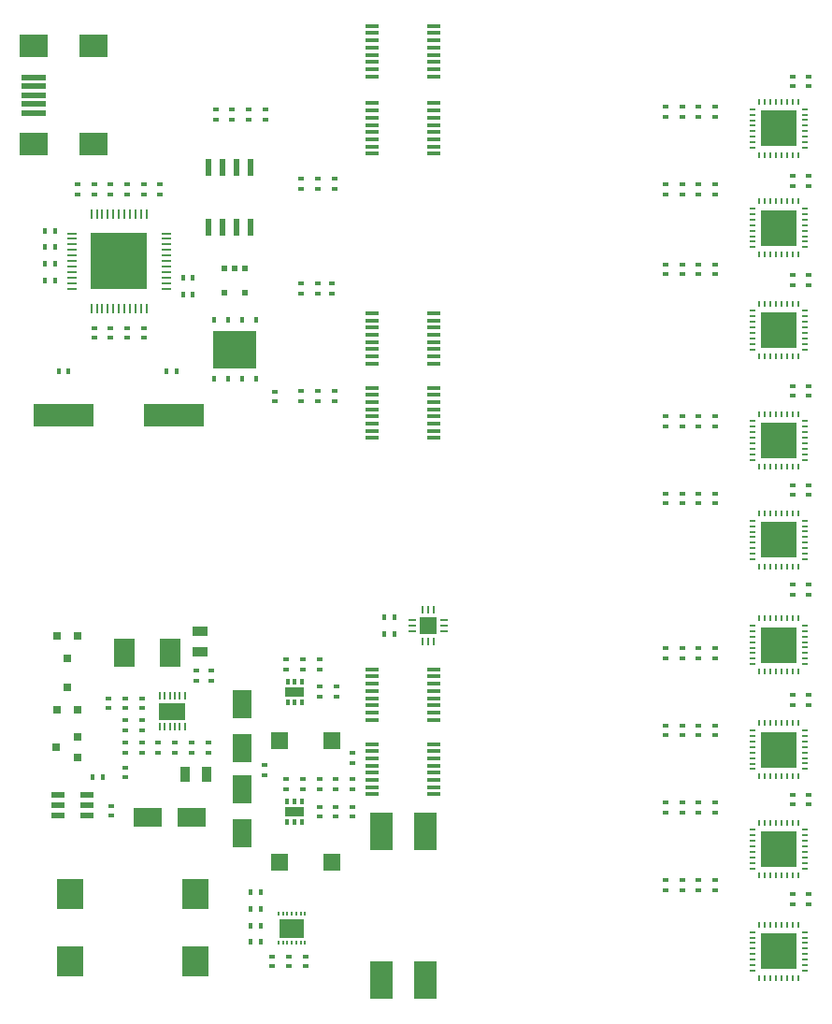
<source format=gtp>
%TF.FileFunction,Paste,Top*%
%FSLAX46Y46*%
G04 Gerber Fmt 4.6, Leading zero omitted, Abs format (unit mm)*
G04 Created by KiCad (PCBNEW (2014-10-18 BZR 5203)-product) date 11/17/2014 11:17:40 AM*
%MOMM*%
G01*
G04 APERTURE LIST*
%ADD10C,0.150000*%
%ADD11R,2.250000X0.500000*%
%ADD12R,2.500000X2.000000*%
%ADD13R,2.499360X1.800860*%
%ADD14R,1.800860X2.499360*%
%ADD15R,2.000000X3.500000*%
%ADD16R,0.700000X0.250000*%
%ADD17R,0.250000X0.700000*%
%ADD18R,1.650000X1.650000*%
%ADD19R,0.840000X0.230000*%
%ADD20R,0.230000X0.840000*%
%ADD21R,5.200000X5.200000*%
%ADD22R,1.270000X0.381000*%
%ADD23R,0.599440X0.248920*%
%ADD24R,0.248920X0.599440*%
%ADD25R,3.299460X3.299460*%
%ADD26R,5.500000X2.000000*%
%ADD27R,0.599440X0.398780*%
%ADD28R,0.398780X0.599440*%
%ADD29R,0.800100X0.800100*%
%ADD30R,0.600000X1.550000*%
%ADD31R,0.400000X0.600000*%
%ADD32R,4.000000X3.400000*%
%ADD33R,1.700000X0.950000*%
%ADD34R,0.400000X0.470000*%
%ADD35R,2.300000X1.700000*%
%ADD36R,0.200000X0.400000*%
%ADD37R,1.220000X0.620000*%
%ADD38R,2.380000X1.650000*%
%ADD39R,0.889000X1.397000*%
%ADD40R,1.397000X0.889000*%
%ADD41R,0.500000X0.600000*%
%ADD42R,2.400000X2.800000*%
%ADD43R,1.895000X2.500000*%
%ADD44R,1.500000X1.500000*%
G04 APERTURE END LIST*
D10*
D11*
X88275000Y-64600000D03*
X88275000Y-63800000D03*
X88275000Y-63000000D03*
X88275000Y-62200000D03*
X88275000Y-61400000D03*
D12*
X88275000Y-67450000D03*
X88275000Y-58550000D03*
X93725000Y-67450000D03*
X93725000Y-58550000D03*
D13*
X98581020Y-128340000D03*
X102578980Y-128340000D03*
D14*
X107160000Y-118101020D03*
X107160000Y-122098980D03*
X107160000Y-125851020D03*
X107160000Y-129848980D03*
D15*
X119790000Y-143120000D03*
X119790000Y-129620000D03*
X123790000Y-143120000D03*
X123790000Y-129620000D03*
D16*
X122550000Y-110500000D03*
X122550000Y-111000000D03*
X122550000Y-111500000D03*
D17*
X123500000Y-112450000D03*
X124000000Y-112450000D03*
X124500000Y-112450000D03*
D16*
X125450000Y-111500000D03*
X125450000Y-111000000D03*
X125450000Y-110500000D03*
D17*
X124500000Y-109550000D03*
X124000000Y-109550000D03*
X123500000Y-109550000D03*
D18*
X124000000Y-111000000D03*
D19*
X91720000Y-75500000D03*
X91720000Y-76000000D03*
X91720000Y-76500000D03*
X91720000Y-77000000D03*
X91720000Y-77500000D03*
X91720000Y-78000000D03*
X91720000Y-78500000D03*
X91720000Y-79000000D03*
X91720000Y-79500000D03*
X91720000Y-80000000D03*
X91720000Y-80500000D03*
D20*
X93500000Y-82280000D03*
X94000000Y-82280000D03*
X94500000Y-82280000D03*
X95000000Y-82280000D03*
X95500000Y-82280000D03*
X96000000Y-82280000D03*
X96500000Y-82280000D03*
X97000000Y-82280000D03*
X97500000Y-82280000D03*
X98000000Y-82280000D03*
X98500000Y-82280000D03*
D19*
X100280000Y-80500000D03*
X100280000Y-80000000D03*
X100280000Y-79500000D03*
X100280000Y-79000000D03*
X100280000Y-78500000D03*
X100280000Y-78000000D03*
X100280000Y-77500000D03*
X100280000Y-77000000D03*
X100280000Y-76500000D03*
X100280000Y-76000000D03*
X100280000Y-75500000D03*
D20*
X98500000Y-73720000D03*
X98000000Y-73720000D03*
X97500000Y-73720000D03*
X97000000Y-73720000D03*
X96500000Y-73720000D03*
X96000000Y-73720000D03*
X95500000Y-73720000D03*
X95000000Y-73720000D03*
X94500000Y-73720000D03*
X94000000Y-73720000D03*
X93500000Y-73720000D03*
D21*
X96000000Y-78000000D03*
D22*
X124549080Y-68275840D03*
X124549080Y-67625600D03*
X124549080Y-66975360D03*
X124549080Y-66325120D03*
X124549080Y-65674880D03*
X124549080Y-65024640D03*
X124549080Y-64374400D03*
X124549080Y-63724160D03*
X118950920Y-63724160D03*
X118950920Y-64374400D03*
X118950920Y-65024640D03*
X118950920Y-65674880D03*
X118950920Y-66325120D03*
X118950920Y-66975360D03*
X118950920Y-67625600D03*
X118950920Y-68275840D03*
X124549080Y-94025840D03*
X124549080Y-93375600D03*
X124549080Y-92725360D03*
X124549080Y-92075120D03*
X124549080Y-91424880D03*
X124549080Y-90774640D03*
X124549080Y-90124400D03*
X124549080Y-89474160D03*
X118950920Y-89474160D03*
X118950920Y-90124400D03*
X118950920Y-90774640D03*
X118950920Y-91424880D03*
X118950920Y-92075120D03*
X118950920Y-92725360D03*
X118950920Y-93375600D03*
X118950920Y-94025840D03*
X124549080Y-119525840D03*
X124549080Y-118875600D03*
X124549080Y-118225360D03*
X124549080Y-117575120D03*
X124549080Y-116924880D03*
X124549080Y-116274640D03*
X124549080Y-115624400D03*
X124549080Y-114974160D03*
X118950920Y-114974160D03*
X118950920Y-115624400D03*
X118950920Y-116274640D03*
X118950920Y-116924880D03*
X118950920Y-117575120D03*
X118950920Y-118225360D03*
X118950920Y-118875600D03*
X118950920Y-119525840D03*
X124549080Y-61275840D03*
X124549080Y-60625600D03*
X124549080Y-59975360D03*
X124549080Y-59325120D03*
X124549080Y-58674880D03*
X124549080Y-58024640D03*
X124549080Y-57374400D03*
X124549080Y-56724160D03*
X118950920Y-56724160D03*
X118950920Y-57374400D03*
X118950920Y-58024640D03*
X118950920Y-58674880D03*
X118950920Y-59325120D03*
X118950920Y-59975360D03*
X118950920Y-60625600D03*
X118950920Y-61275840D03*
D23*
X153352240Y-64252480D03*
X153352240Y-64752860D03*
X153352240Y-65253240D03*
X153352240Y-65753620D03*
X153352240Y-66251460D03*
X153352240Y-66751840D03*
X153352240Y-67252220D03*
X153352240Y-67752600D03*
D24*
X155998920Y-68402840D03*
X156496760Y-68402840D03*
X156997140Y-68402840D03*
X157497520Y-68402840D03*
D25*
X155750000Y-66000000D03*
D24*
X153999940Y-68402840D03*
X154500320Y-68402840D03*
X155000700Y-68402840D03*
X155498540Y-68402840D03*
D23*
X158147760Y-67747520D03*
X158150300Y-67247140D03*
X158150300Y-66749300D03*
X158150300Y-66248920D03*
X158150300Y-65748540D03*
X158150300Y-65248160D03*
X158150300Y-64747780D03*
X158150300Y-64247400D03*
D24*
X157500060Y-63599700D03*
X156999680Y-63599700D03*
X156499300Y-63599700D03*
X156001460Y-63599700D03*
X155501080Y-63599700D03*
X155000700Y-63599700D03*
X154500320Y-63599700D03*
X153999940Y-63599700D03*
D23*
X153352240Y-73252480D03*
X153352240Y-73752860D03*
X153352240Y-74253240D03*
X153352240Y-74753620D03*
X153352240Y-75251460D03*
X153352240Y-75751840D03*
X153352240Y-76252220D03*
X153352240Y-76752600D03*
D24*
X155998920Y-77402840D03*
X156496760Y-77402840D03*
X156997140Y-77402840D03*
X157497520Y-77402840D03*
D25*
X155750000Y-75000000D03*
D24*
X153999940Y-77402840D03*
X154500320Y-77402840D03*
X155000700Y-77402840D03*
X155498540Y-77402840D03*
D23*
X158147760Y-76747520D03*
X158150300Y-76247140D03*
X158150300Y-75749300D03*
X158150300Y-75248920D03*
X158150300Y-74748540D03*
X158150300Y-74248160D03*
X158150300Y-73747780D03*
X158150300Y-73247400D03*
D24*
X157500060Y-72599700D03*
X156999680Y-72599700D03*
X156499300Y-72599700D03*
X156001460Y-72599700D03*
X155501080Y-72599700D03*
X155000700Y-72599700D03*
X154500320Y-72599700D03*
X153999940Y-72599700D03*
D23*
X153352240Y-82502480D03*
X153352240Y-83002860D03*
X153352240Y-83503240D03*
X153352240Y-84003620D03*
X153352240Y-84501460D03*
X153352240Y-85001840D03*
X153352240Y-85502220D03*
X153352240Y-86002600D03*
D24*
X155998920Y-86652840D03*
X156496760Y-86652840D03*
X156997140Y-86652840D03*
X157497520Y-86652840D03*
D25*
X155750000Y-84250000D03*
D24*
X153999940Y-86652840D03*
X154500320Y-86652840D03*
X155000700Y-86652840D03*
X155498540Y-86652840D03*
D23*
X158147760Y-85997520D03*
X158150300Y-85497140D03*
X158150300Y-84999300D03*
X158150300Y-84498920D03*
X158150300Y-83998540D03*
X158150300Y-83498160D03*
X158150300Y-82997780D03*
X158150300Y-82497400D03*
D24*
X157500060Y-81849700D03*
X156999680Y-81849700D03*
X156499300Y-81849700D03*
X156001460Y-81849700D03*
X155501080Y-81849700D03*
X155000700Y-81849700D03*
X154500320Y-81849700D03*
X153999940Y-81849700D03*
D23*
X153352240Y-120502480D03*
X153352240Y-121002860D03*
X153352240Y-121503240D03*
X153352240Y-122003620D03*
X153352240Y-122501460D03*
X153352240Y-123001840D03*
X153352240Y-123502220D03*
X153352240Y-124002600D03*
D24*
X155998920Y-124652840D03*
X156496760Y-124652840D03*
X156997140Y-124652840D03*
X157497520Y-124652840D03*
D25*
X155750000Y-122250000D03*
D24*
X153999940Y-124652840D03*
X154500320Y-124652840D03*
X155000700Y-124652840D03*
X155498540Y-124652840D03*
D23*
X158147760Y-123997520D03*
X158150300Y-123497140D03*
X158150300Y-122999300D03*
X158150300Y-122498920D03*
X158150300Y-121998540D03*
X158150300Y-121498160D03*
X158150300Y-120997780D03*
X158150300Y-120497400D03*
D24*
X157500060Y-119849700D03*
X156999680Y-119849700D03*
X156499300Y-119849700D03*
X156001460Y-119849700D03*
X155501080Y-119849700D03*
X155000700Y-119849700D03*
X154500320Y-119849700D03*
X153999940Y-119849700D03*
D23*
X153352240Y-129502480D03*
X153352240Y-130002860D03*
X153352240Y-130503240D03*
X153352240Y-131003620D03*
X153352240Y-131501460D03*
X153352240Y-132001840D03*
X153352240Y-132502220D03*
X153352240Y-133002600D03*
D24*
X155998920Y-133652840D03*
X156496760Y-133652840D03*
X156997140Y-133652840D03*
X157497520Y-133652840D03*
D25*
X155750000Y-131250000D03*
D24*
X153999940Y-133652840D03*
X154500320Y-133652840D03*
X155000700Y-133652840D03*
X155498540Y-133652840D03*
D23*
X158147760Y-132997520D03*
X158150300Y-132497140D03*
X158150300Y-131999300D03*
X158150300Y-131498920D03*
X158150300Y-130998540D03*
X158150300Y-130498160D03*
X158150300Y-129997780D03*
X158150300Y-129497400D03*
D24*
X157500060Y-128849700D03*
X156999680Y-128849700D03*
X156499300Y-128849700D03*
X156001460Y-128849700D03*
X155501080Y-128849700D03*
X155000700Y-128849700D03*
X154500320Y-128849700D03*
X153999940Y-128849700D03*
D23*
X153352240Y-138752480D03*
X153352240Y-139252860D03*
X153352240Y-139753240D03*
X153352240Y-140253620D03*
X153352240Y-140751460D03*
X153352240Y-141251840D03*
X153352240Y-141752220D03*
X153352240Y-142252600D03*
D24*
X155998920Y-142902840D03*
X156496760Y-142902840D03*
X156997140Y-142902840D03*
X157497520Y-142902840D03*
D25*
X155750000Y-140500000D03*
D24*
X153999940Y-142902840D03*
X154500320Y-142902840D03*
X155000700Y-142902840D03*
X155498540Y-142902840D03*
D23*
X158147760Y-142247520D03*
X158150300Y-141747140D03*
X158150300Y-141249300D03*
X158150300Y-140748920D03*
X158150300Y-140248540D03*
X158150300Y-139748160D03*
X158150300Y-139247780D03*
X158150300Y-138747400D03*
D24*
X157500060Y-138099700D03*
X156999680Y-138099700D03*
X156499300Y-138099700D03*
X156001460Y-138099700D03*
X155501080Y-138099700D03*
X155000700Y-138099700D03*
X154500320Y-138099700D03*
X153999940Y-138099700D03*
D23*
X153352240Y-92502480D03*
X153352240Y-93002860D03*
X153352240Y-93503240D03*
X153352240Y-94003620D03*
X153352240Y-94501460D03*
X153352240Y-95001840D03*
X153352240Y-95502220D03*
X153352240Y-96002600D03*
D24*
X155998920Y-96652840D03*
X156496760Y-96652840D03*
X156997140Y-96652840D03*
X157497520Y-96652840D03*
D25*
X155750000Y-94250000D03*
D24*
X153999940Y-96652840D03*
X154500320Y-96652840D03*
X155000700Y-96652840D03*
X155498540Y-96652840D03*
D23*
X158147760Y-95997520D03*
X158150300Y-95497140D03*
X158150300Y-94999300D03*
X158150300Y-94498920D03*
X158150300Y-93998540D03*
X158150300Y-93498160D03*
X158150300Y-92997780D03*
X158150300Y-92497400D03*
D24*
X157500060Y-91849700D03*
X156999680Y-91849700D03*
X156499300Y-91849700D03*
X156001460Y-91849700D03*
X155501080Y-91849700D03*
X155000700Y-91849700D03*
X154500320Y-91849700D03*
X153999940Y-91849700D03*
D26*
X101000000Y-92000000D03*
X91000000Y-92000000D03*
D27*
X93750000Y-84050420D03*
X93750000Y-84949580D03*
X95250000Y-84050420D03*
X95250000Y-84949580D03*
D28*
X90199580Y-75250000D03*
X89300420Y-75250000D03*
X90199580Y-76750000D03*
X89300420Y-76750000D03*
D27*
X92250000Y-71949580D03*
X92250000Y-71050420D03*
X93750000Y-71949580D03*
X93750000Y-71050420D03*
X95250000Y-71949580D03*
X95250000Y-71050420D03*
X96750000Y-71949580D03*
X96750000Y-71050420D03*
X98250000Y-71949580D03*
X98250000Y-71050420D03*
D28*
X101800420Y-79500000D03*
X102699580Y-79500000D03*
D27*
X99750000Y-71949580D03*
X99750000Y-71050420D03*
D28*
X101800420Y-81000000D03*
X102699580Y-81000000D03*
D27*
X95280000Y-128239580D03*
X95280000Y-127340420D03*
X112910000Y-140970420D03*
X112910000Y-141869580D03*
D28*
X107960420Y-135170000D03*
X108859580Y-135170000D03*
D27*
X96580000Y-123840420D03*
X96580000Y-124739580D03*
X158500000Y-62199580D03*
X158500000Y-61300420D03*
X158500000Y-71199580D03*
X158500000Y-70300420D03*
X158500000Y-80199580D03*
X158500000Y-79300420D03*
X158500000Y-118199580D03*
X158500000Y-117300420D03*
X158500000Y-127199580D03*
X158500000Y-126300420D03*
X158500000Y-136199580D03*
X158500000Y-135300420D03*
X158500000Y-90199580D03*
X158500000Y-89300420D03*
X158500000Y-99199580D03*
X158500000Y-98300420D03*
X158500000Y-108199580D03*
X158500000Y-107300420D03*
X148500000Y-64949580D03*
X148500000Y-64050420D03*
X148500000Y-71050420D03*
X148500000Y-71949580D03*
X148500000Y-78300420D03*
X148500000Y-79199580D03*
X148500000Y-120050420D03*
X148500000Y-120949580D03*
X148500000Y-127050420D03*
X148500000Y-127949580D03*
X148500000Y-134050420D03*
X148500000Y-134949580D03*
X148500000Y-92949580D03*
X148500000Y-92050420D03*
X148500000Y-99949580D03*
X148500000Y-99050420D03*
X109910000Y-140970420D03*
X109910000Y-141869580D03*
X147000000Y-64949580D03*
X147000000Y-64050420D03*
X147000000Y-71050420D03*
X147000000Y-71949580D03*
X147000000Y-78300420D03*
X147000000Y-79199580D03*
X111410000Y-140970420D03*
X111410000Y-141869580D03*
X147000000Y-120050420D03*
X147000000Y-120949580D03*
X147000000Y-127050420D03*
X147000000Y-127949580D03*
X147000000Y-134050420D03*
X147000000Y-134949580D03*
X147000000Y-92949580D03*
X147000000Y-92050420D03*
X147000000Y-99949580D03*
X147000000Y-99050420D03*
D29*
X92280760Y-122990000D03*
X92280760Y-121090000D03*
X90281780Y-122040000D03*
D27*
X148500000Y-113050420D03*
X148500000Y-113949580D03*
X147000000Y-113050420D03*
X147000000Y-113949580D03*
D30*
X104095000Y-74950000D03*
X105365000Y-74950000D03*
X106635000Y-74950000D03*
X107905000Y-74950000D03*
X107905000Y-69550000D03*
X106635000Y-69550000D03*
X105365000Y-69550000D03*
X104095000Y-69550000D03*
D31*
X104595000Y-88700000D03*
X105865000Y-88700000D03*
X107153000Y-88700000D03*
X108405000Y-88700000D03*
X108405000Y-83300000D03*
X107135000Y-83300000D03*
X105865000Y-83300000D03*
X104595000Y-83300000D03*
D32*
X106500000Y-86000000D03*
D23*
X153352240Y-101502480D03*
X153352240Y-102002860D03*
X153352240Y-102503240D03*
X153352240Y-103003620D03*
X153352240Y-103501460D03*
X153352240Y-104001840D03*
X153352240Y-104502220D03*
X153352240Y-105002600D03*
D24*
X155998920Y-105652840D03*
X156496760Y-105652840D03*
X156997140Y-105652840D03*
X157497520Y-105652840D03*
D25*
X155750000Y-103250000D03*
D24*
X153999940Y-105652840D03*
X154500320Y-105652840D03*
X155000700Y-105652840D03*
X155498540Y-105652840D03*
D23*
X158147760Y-104997520D03*
X158150300Y-104497140D03*
X158150300Y-103999300D03*
X158150300Y-103498920D03*
X158150300Y-102998540D03*
X158150300Y-102498160D03*
X158150300Y-101997780D03*
X158150300Y-101497400D03*
D24*
X157500060Y-100849700D03*
X156999680Y-100849700D03*
X156499300Y-100849700D03*
X156001460Y-100849700D03*
X155501080Y-100849700D03*
X155000700Y-100849700D03*
X154500320Y-100849700D03*
X153999940Y-100849700D03*
D23*
X153352240Y-111002480D03*
X153352240Y-111502860D03*
X153352240Y-112003240D03*
X153352240Y-112503620D03*
X153352240Y-113001460D03*
X153352240Y-113501840D03*
X153352240Y-114002220D03*
X153352240Y-114502600D03*
D24*
X155998920Y-115152840D03*
X156496760Y-115152840D03*
X156997140Y-115152840D03*
X157497520Y-115152840D03*
D25*
X155750000Y-112750000D03*
D24*
X153999940Y-115152840D03*
X154500320Y-115152840D03*
X155000700Y-115152840D03*
X155498540Y-115152840D03*
D23*
X158147760Y-114497520D03*
X158150300Y-113997140D03*
X158150300Y-113499300D03*
X158150300Y-112998920D03*
X158150300Y-112498540D03*
X158150300Y-111998160D03*
X158150300Y-111497780D03*
X158150300Y-110997400D03*
D24*
X157500060Y-110349700D03*
X156999680Y-110349700D03*
X156499300Y-110349700D03*
X156001460Y-110349700D03*
X155501080Y-110349700D03*
X155000700Y-110349700D03*
X154500320Y-110349700D03*
X153999940Y-110349700D03*
D33*
X111920000Y-117000000D03*
D34*
X112570000Y-116085000D03*
X111920000Y-116085000D03*
X111270000Y-116085000D03*
X111270000Y-117915000D03*
X111920000Y-117915000D03*
X112570000Y-117915000D03*
D33*
X111910000Y-127850000D03*
D34*
X112560000Y-126935000D03*
X111910000Y-126935000D03*
X111260000Y-126935000D03*
X111260000Y-128765000D03*
X111910000Y-128765000D03*
X112560000Y-128765000D03*
D35*
X111660000Y-138420000D03*
D36*
X110460000Y-139720000D03*
X110860000Y-139720000D03*
X111260000Y-139720000D03*
X111660000Y-139720000D03*
X112060000Y-139720000D03*
X112460000Y-139720000D03*
X112860000Y-139720000D03*
X112860000Y-137120000D03*
X112460000Y-137120000D03*
X112060000Y-137120000D03*
X111660000Y-137120000D03*
X111260000Y-137120000D03*
X110860000Y-137120000D03*
X110460000Y-137120000D03*
D37*
X90470000Y-128240000D03*
X90470000Y-127290000D03*
X90470000Y-126340000D03*
X93090000Y-128240000D03*
X93090000Y-127290000D03*
X93090000Y-126340000D03*
D17*
X101955000Y-117390000D03*
X101505000Y-117390000D03*
X101055000Y-117390000D03*
X100605000Y-117390000D03*
X100155000Y-117390000D03*
X99705000Y-117390000D03*
X99705000Y-120190000D03*
X100155000Y-120190000D03*
X100605000Y-120190000D03*
X101055000Y-120190000D03*
X101505000Y-120190000D03*
X101955000Y-120190000D03*
D38*
X100830000Y-118790000D03*
D22*
X124549080Y-87275840D03*
X124549080Y-86625600D03*
X124549080Y-85975360D03*
X124549080Y-85325120D03*
X124549080Y-84674880D03*
X124549080Y-84024640D03*
X124549080Y-83374400D03*
X124549080Y-82724160D03*
X118950920Y-82724160D03*
X118950920Y-83374400D03*
X118950920Y-84024640D03*
X118950920Y-84674880D03*
X118950920Y-85325120D03*
X118950920Y-85975360D03*
X118950920Y-86625600D03*
X118950920Y-87275840D03*
X124549080Y-126275840D03*
X124549080Y-125625600D03*
X124549080Y-124975360D03*
X124549080Y-124325120D03*
X124549080Y-123674880D03*
X124549080Y-123024640D03*
X124549080Y-122374400D03*
X124549080Y-121724160D03*
X118950920Y-121724160D03*
X118950920Y-122374400D03*
X118950920Y-123024640D03*
X118950920Y-123674880D03*
X118950920Y-124325120D03*
X118950920Y-124975360D03*
X118950920Y-125625600D03*
X118950920Y-126275840D03*
D27*
X112500000Y-90699580D03*
X112500000Y-89800420D03*
X111170000Y-114949580D03*
X111170000Y-114050420D03*
X111160000Y-125799580D03*
X111160000Y-124900420D03*
X115250000Y-80949580D03*
X115250000Y-80050420D03*
X114170000Y-117449580D03*
X114170000Y-116550420D03*
X114160000Y-128299580D03*
X114160000Y-127400420D03*
D28*
X120949580Y-110250000D03*
X120050420Y-110250000D03*
X120949580Y-111750000D03*
X120050420Y-111750000D03*
D27*
X109160000Y-124549580D03*
X109160000Y-123650420D03*
X101080000Y-121590420D03*
X101080000Y-122489580D03*
X102980000Y-115989580D03*
X102980000Y-115090420D03*
D39*
X102027500Y-124440000D03*
X103932500Y-124440000D03*
D27*
X115670000Y-117449580D03*
X115670000Y-116550420D03*
X115660000Y-128299580D03*
X115660000Y-127400420D03*
X114000000Y-71449580D03*
X114000000Y-70550420D03*
X96580000Y-117590420D03*
X96580000Y-118489580D03*
X157000000Y-62199580D03*
X157000000Y-61300420D03*
X157000000Y-71199580D03*
X157000000Y-70300420D03*
X157000000Y-80199580D03*
X157000000Y-79300420D03*
X157000000Y-118199580D03*
X157000000Y-117300420D03*
X157000000Y-136199580D03*
X157000000Y-135300420D03*
X157000000Y-90199580D03*
X157000000Y-89300420D03*
X157000000Y-99199580D03*
X157000000Y-98300420D03*
X157000000Y-108199580D03*
X157000000Y-107300420D03*
D28*
X90199580Y-78250000D03*
X89300420Y-78250000D03*
X90199580Y-79750000D03*
X89300420Y-79750000D03*
D27*
X98080000Y-117590420D03*
X98080000Y-118489580D03*
D28*
X101199580Y-88000000D03*
X100300420Y-88000000D03*
X91449580Y-88000000D03*
X90550420Y-88000000D03*
D27*
X145500000Y-64050420D03*
X145500000Y-64949580D03*
X145500000Y-71949580D03*
X145500000Y-71050420D03*
X145500000Y-79199580D03*
X145500000Y-78300420D03*
X145500000Y-120949580D03*
X145500000Y-120050420D03*
X145500000Y-127949580D03*
X145500000Y-127050420D03*
X145500000Y-134949580D03*
X145500000Y-134050420D03*
X145500000Y-92050420D03*
X145500000Y-92949580D03*
X145500000Y-99050420D03*
X145500000Y-99949580D03*
X145500000Y-113949580D03*
X145500000Y-113050420D03*
X115500000Y-89800420D03*
X115500000Y-90699580D03*
X114000000Y-90699580D03*
X114000000Y-89800420D03*
D28*
X107960420Y-136670000D03*
X108859580Y-136670000D03*
D27*
X114000000Y-80050420D03*
X114000000Y-80949580D03*
X112500000Y-80949580D03*
X112500000Y-80050420D03*
X117160000Y-127400420D03*
X117160000Y-128299580D03*
X114170000Y-114050420D03*
X114170000Y-114949580D03*
X112670000Y-114949580D03*
X112670000Y-114050420D03*
X115660000Y-124900420D03*
X115660000Y-125799580D03*
X114160000Y-125799580D03*
X114160000Y-124900420D03*
X112660000Y-125799580D03*
X112660000Y-124900420D03*
D28*
X107960420Y-138170000D03*
X108859580Y-138170000D03*
D27*
X95080000Y-117590420D03*
X95080000Y-118489580D03*
X99580000Y-121590420D03*
X99580000Y-122489580D03*
X98080000Y-122489580D03*
X98080000Y-121590420D03*
X102580000Y-122489580D03*
X102580000Y-121590420D03*
X104380000Y-115090420D03*
X104380000Y-115989580D03*
X96580000Y-121590420D03*
X96580000Y-122489580D03*
X104080000Y-121590420D03*
X104080000Y-122489580D03*
D28*
X107960420Y-139670000D03*
X108859580Y-139670000D03*
D27*
X117160000Y-124900420D03*
X117160000Y-125799580D03*
D28*
X94529580Y-124740000D03*
X93630420Y-124740000D03*
D27*
X112500000Y-70550420D03*
X112500000Y-71449580D03*
X115500000Y-70550420D03*
X115500000Y-71449580D03*
X96580000Y-119590420D03*
X96580000Y-120489580D03*
X96750000Y-84949580D03*
X96750000Y-84050420D03*
X98250000Y-84949580D03*
X98250000Y-84050420D03*
X104750000Y-65199580D03*
X104750000Y-64300420D03*
X109250000Y-65199580D03*
X109250000Y-64300420D03*
X106250000Y-65199580D03*
X106250000Y-64300420D03*
X107750000Y-65199580D03*
X107750000Y-64300420D03*
X98080000Y-120489580D03*
X98080000Y-119590420D03*
X150000000Y-64050420D03*
X150000000Y-64949580D03*
X150000000Y-71949580D03*
X150000000Y-71050420D03*
X150000000Y-79199580D03*
X150000000Y-78300420D03*
X150000000Y-120949580D03*
X150000000Y-120050420D03*
X150000000Y-127949580D03*
X150000000Y-127050420D03*
X150000000Y-134949580D03*
X150000000Y-134050420D03*
X150000000Y-92050420D03*
X150000000Y-92949580D03*
X150000000Y-99050420D03*
X150000000Y-99949580D03*
X150000000Y-113949580D03*
X150000000Y-113050420D03*
D40*
X103380000Y-111487500D03*
X103380000Y-113392500D03*
D27*
X157000000Y-127199580D03*
X157000000Y-126300420D03*
D41*
X106500000Y-78650000D03*
X107450000Y-78650000D03*
X105550000Y-78650000D03*
X105550000Y-80850000D03*
X107450000Y-80850000D03*
D27*
X110150000Y-90709580D03*
X110150000Y-89810420D03*
D29*
X90390000Y-118590760D03*
X92290000Y-118590760D03*
X91340000Y-116591780D03*
X92280000Y-111979240D03*
X90380000Y-111979240D03*
X91330000Y-113978220D03*
D42*
X91550000Y-141400000D03*
X91550000Y-135300000D03*
X102950000Y-141400000D03*
X102950000Y-135300000D03*
D27*
X117150000Y-123449580D03*
X117150000Y-122550420D03*
D43*
X96532500Y-113440000D03*
X100627500Y-113440000D03*
D44*
X110560000Y-121400000D03*
X115260000Y-121400000D03*
X110560000Y-132460000D03*
X115260000Y-132460000D03*
M02*

</source>
